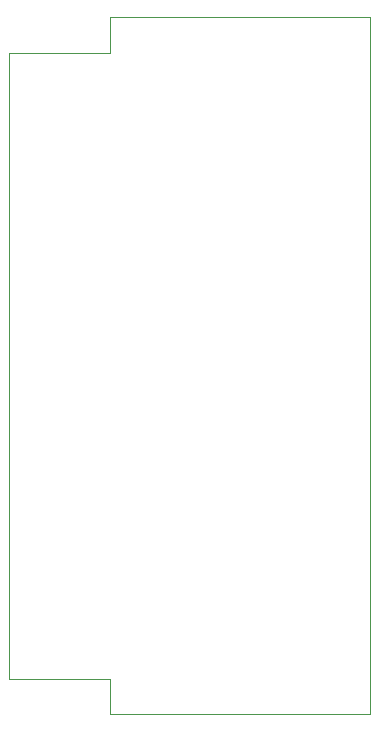
<source format=gbr>
%TF.GenerationSoftware,KiCad,Pcbnew,9.0.0*%
%TF.CreationDate,2025-06-09T17:29:50+05:30*%
%TF.ProjectId,MP3Player,4d503350-6c61-4796-9572-2e6b69636164,rev?*%
%TF.SameCoordinates,Original*%
%TF.FileFunction,Profile,NP*%
%FSLAX46Y46*%
G04 Gerber Fmt 4.6, Leading zero omitted, Abs format (unit mm)*
G04 Created by KiCad (PCBNEW 9.0.0) date 2025-06-09 17:29:50*
%MOMM*%
%LPD*%
G01*
G04 APERTURE LIST*
%TA.AperFunction,Profile*%
%ADD10C,0.050000*%
%TD*%
G04 APERTURE END LIST*
D10*
X158500000Y-107500000D02*
X158500000Y-48500000D01*
X158500000Y-107500000D02*
X136500000Y-107500000D01*
X136500000Y-104500000D02*
X136500000Y-107500000D01*
X136500000Y-48500000D02*
X136500000Y-51500000D01*
X128000000Y-104500000D02*
X136500000Y-104500000D01*
X128000000Y-51500000D02*
X128000000Y-104500000D01*
X138000000Y-48500000D02*
X136500000Y-48500000D01*
X136500000Y-51500000D02*
X128000000Y-51500000D01*
X158500000Y-48500000D02*
X138000000Y-48500000D01*
M02*

</source>
